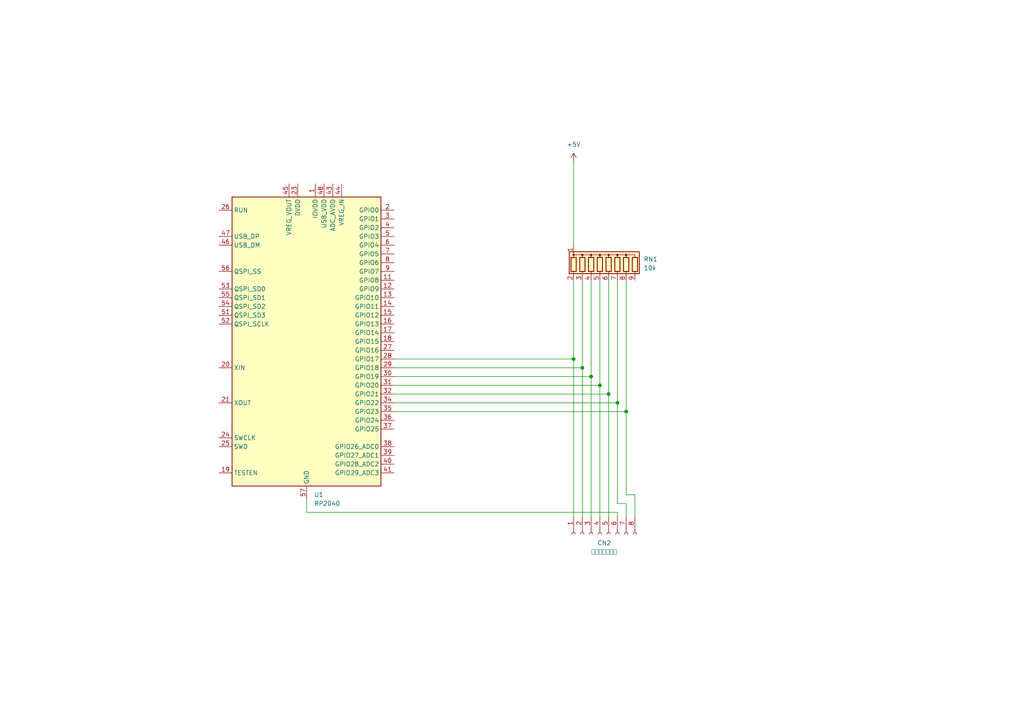
<source format=kicad_sch>
(kicad_sch (version 20230121) (generator eeschema)
  (paper "A4")
  (title_block (title "SCounter") (date "2023-11-26") (rev "1") (company "Yourein"))
  (lib_symbols
    (symbol "Connector:Conn_01x08_Socket" (pin_names (offset 1.016) hide)
      (property "Reference" "J" (at 0 10.16 0))
      (property "Value" "Conn_01x08_Socket" (at 0 -12.7 0))
      (symbol "Conn_01x08_Socket_1_1"
        (arc (start 0 -9.652) (mid -0.5058 -10.16) (end 0 -10.668) (stroke (width 0.1524)))
        (arc (start 0 -7.112) (mid -0.5058 -7.62) (end 0 -8.128) (stroke (width 0.1524)))
        (arc (start 0 -4.572) (mid -0.5058 -5.08) (end 0 -5.588) (stroke (width 0.1524)))
        (arc (start 0 -2.032) (mid -0.5058 -2.54) (end 0 -3.048) (stroke (width 0.1524)))
        (polyline (pts (xy -1.27 -10.16) (xy -0.508 -10.16)) (stroke (width 0.1524)))
        (polyline (pts (xy -1.27 -7.62) (xy -0.508 -7.62)) (stroke (width 0.1524)))
        (polyline (pts (xy -1.27 -5.08) (xy -0.508 -5.08)) (stroke (width 0.1524)))
        (polyline (pts (xy -1.27 -2.54) (xy -0.508 -2.54)) (stroke (width 0.1524)))
        (polyline (pts (xy -1.27 0) (xy -0.508 0)) (stroke (width 0.1524)))
        (polyline (pts (xy -1.27 2.54) (xy -0.508 2.54)) (stroke (width 0.1524)))
        (polyline (pts (xy -1.27 5.08) (xy -0.508 5.08)) (stroke (width 0.1524)))
        (polyline (pts (xy -1.27 7.62) (xy -0.508 7.62)) (stroke (width 0.1524)))
        (arc (start 0 0.508) (mid -0.5058 0) (end 0 -0.508) (stroke (width 0.1524)))
        (arc (start 0 3.048) (mid -0.5058 2.54) (end 0 2.032) (stroke (width 0.1524)))
        (arc (start 0 5.588) (mid -0.5058 5.08) (end 0 4.572) (stroke (width 0.1524)))
        (arc (start 0 8.128) (mid -0.5058 7.62) (end 0 7.112) (stroke (width 0.1524)))
        (pin passive line (at -5.08 7.62 0) (length 3.81) (name "Pin_1") (number "1"))
        (pin passive line (at -5.08 5.08 0) (length 3.81) (name "Pin_2") (number "2"))
        (pin passive line (at -5.08 2.54 0) (length 3.81) (name "Pin_3") (number "3"))
        (pin passive line (at -5.08 0 0) (length 3.81) (name "Pin_4") (number "4"))
        (pin passive line (at -5.08 -2.54 0) (length 3.81) (name "Pin_5") (number "5"))
        (pin passive line (at -5.08 -5.08 0) (length 3.81) (name "Pin_6") (number "6"))
        (pin passive line (at -5.08 -7.62 0) (length 3.81) (name "Pin_7") (number "7"))
        (pin passive line (at -5.08 -10.16 0) (length 3.81) (name "Pin_8") (number "8"))
      )
    )
    (symbol "Device:R_Network08" (pin_names (offset 0) hide)
      (property "Reference" "RN" (at -12.7 0 90))
      (property "Value" "R_Network08" (at 10.16 0 90))
      (symbol "R_Network08_0_1"
        (rectangle (start -11.43 -3.175) (end 8.89 3.175) (stroke (width 0.254)) (fill (type background)))
        (rectangle (start -10.922 1.524) (end -9.398 -2.54) (stroke (width 0.254)))
        (circle (center -10.16 2.286) (radius 0.254) (fill (type outline)))
        (rectangle (start -8.382 1.524) (end -6.858 -2.54) (stroke (width 0.254)))
        (circle (center -7.62 2.286) (radius 0.254) (fill (type outline)))
        (rectangle (start -5.842 1.524) (end -4.318 -2.54) (stroke (width 0.254)))
        (circle (center -5.08 2.286) (radius 0.254) (fill (type outline)))
        (rectangle (start -3.302 1.524) (end -1.778 -2.54) (stroke (width 0.254)))
        (circle (center -2.54 2.286) (radius 0.254) (fill (type outline)))
        (rectangle (start -0.762 1.524) (end 0.762 -2.54) (stroke (width 0.254)))
        (polyline (pts (xy -10.16 -2.54) (xy -10.16 -3.81)))
        (polyline (pts (xy -7.62 -2.54) (xy -7.62 -3.81)))
        (polyline (pts (xy -5.08 -2.54) (xy -5.08 -3.81)))
        (polyline (pts (xy -2.54 -2.54) (xy -2.54 -3.81)))
        (polyline (pts (xy 0 -2.54) (xy 0 -3.81)))
        (polyline (pts (xy 2.54 -2.54) (xy 2.54 -3.81)))
        (polyline (pts (xy 5.08 -2.54) (xy 5.08 -3.81)))
        (polyline (pts (xy 7.62 -2.54) (xy 7.62 -3.81)))
        (polyline (pts (xy -10.16 1.524) (xy -10.16 2.286) (xy -7.62 2.286) (xy -7.62 1.524)))
        (polyline (pts (xy -7.62 1.524) (xy -7.62 2.286) (xy -5.08 2.286) (xy -5.08 1.524)))
        (polyline (pts (xy -5.08 1.524) (xy -5.08 2.286) (xy -2.54 2.286) (xy -2.54 1.524)))
        (polyline (pts (xy -2.54 1.524) (xy -2.54 2.286) (xy 0 2.286) (xy 0 1.524)))
        (polyline (pts (xy 0 1.524) (xy 0 2.286) (xy 2.54 2.286) (xy 2.54 1.524)))
        (polyline (pts (xy 2.54 1.524) (xy 2.54 2.286) (xy 5.08 2.286) (xy 5.08 1.524)))
        (polyline (pts (xy 5.08 1.524) (xy 5.08 2.286) (xy 7.62 2.286) (xy 7.62 1.524)))
        (circle (center 0 2.286) (radius 0.254) (fill (type outline)))
        (rectangle (start 1.778 1.524) (end 3.302 -2.54) (stroke (width 0.254)))
        (circle (center 2.54 2.286) (radius 0.254) (fill (type outline)))
        (rectangle (start 4.318 1.524) (end 5.842 -2.54) (stroke (width 0.254)))
        (circle (center 5.08 2.286) (radius 0.254) (fill (type outline)))
        (rectangle (start 6.858 1.524) (end 8.382 -2.54) (stroke (width 0.254)))
      )
      (symbol "R_Network08_1_1"
        (pin passive line (at -10.16 5.08 270) (length 2.54) (name "common") (number "1"))
        (pin passive line (at -10.16 -5.08 90) (length 1.27) (name "R1") (number "2"))
        (pin passive line (at -7.62 -5.08 90) (length 1.27) (name "R2") (number "3"))
        (pin passive line (at -5.08 -5.08 90) (length 1.27) (name "R3") (number "4"))
        (pin passive line (at -2.54 -5.08 90) (length 1.27) (name "R4") (number "5"))
        (pin passive line (at 0 -5.08 90) (length 1.27) (name "R5") (number "6"))
        (pin passive line (at 2.54 -5.08 90) (length 1.27) (name "R6") (number "7"))
        (pin passive line (at 5.08 -5.08 90) (length 1.27) (name "R7") (number "8"))
        (pin passive line (at 7.62 -5.08 90) (length 1.27) (name "R8") (number "9"))
      )
    )
    (symbol "MCU_RaspberryPi:RP2040"
      (property "Reference" "U" (at 17.78 45.72 0))
      (property "Value" "RP2040" (at 17.78 43.18 0))
      (symbol "RP2040_0_1"
        (rectangle (start -21.59 41.91) (end 21.59 -41.91) (stroke (width 0.254)) (fill (type background)))
      )
      (symbol "RP2040_1_1"
        (pin power_in line (at 2.54 45.72 270) (length 3.81) (name "IOVDD") (number "1"))
        (pin passive line (at 2.54 45.72 270) (length 3.81) hide (name "IOVDD") (number "10"))
        (pin bidirectional line (at 25.4 17.78 180) (length 3.81) (name "GPIO8") (number "11"))
        (pin bidirectional line (at 25.4 15.24 180) (length 3.81) (name "GPIO9") (number "12"))
        (pin bidirectional line (at 25.4 12.7 180) (length 3.81) (name "GPIO10") (number "13"))
        (pin bidirectional line (at 25.4 10.16 180) (length 3.81) (name "GPIO11") (number "14"))
        (pin bidirectional line (at 25.4 7.62 180) (length 3.81) (name "GPIO12") (number "15"))
        (pin bidirectional line (at 25.4 5.08 180) (length 3.81) (name "GPIO13") (number "16"))
        (pin bidirectional line (at 25.4 2.54 180) (length 3.81) (name "GPIO14") (number "17"))
        (pin bidirectional line (at 25.4 0 180) (length 3.81) (name "GPIO15") (number "18"))
        (pin input line (at -25.4 -38.1 0) (length 3.81) (name "TESTEN") (number "19"))
        (pin bidirectional line (at 25.4 38.1 180) (length 3.81) (name "GPIO0") (number "2"))
        (pin input line (at -25.4 -7.62 0) (length 3.81) (name "XIN") (number "20"))
        (pin passive line (at -25.4 -17.78 0) (length 3.81) (name "XOUT") (number "21"))
        (pin passive line (at 2.54 45.72 270) (length 3.81) hide (name "IOVDD") (number "22"))
        (pin power_in line (at -2.54 45.72 270) (length 3.81) (name "DVDD") (number "23"))
        (pin input line (at -25.4 -27.94 0) (length 3.81) (name "SWCLK") (number "24"))
        (pin bidirectional line (at -25.4 -30.48 0) (length 3.81) (name "SWD") (number "25"))
        (pin input line (at -25.4 38.1 0) (length 3.81) (name "RUN") (number "26"))
        (pin bidirectional line (at 25.4 -2.54 180) (length 3.81) (name "GPIO16") (number "27"))
        (pin bidirectional line (at 25.4 -5.08 180) (length 3.81) (name "GPIO17") (number "28"))
        (pin bidirectional line (at 25.4 -7.62 180) (length 3.81) (name "GPIO18") (number "29"))
        (pin bidirectional line (at 25.4 35.56 180) (length 3.81) (name "GPIO1") (number "3"))
        (pin bidirectional line (at 25.4 -10.16 180) (length 3.81) (name "GPIO19") (number "30"))
        (pin bidirectional line (at 25.4 -12.7 180) (length 3.81) (name "GPIO20") (number "31"))
        (pin bidirectional line (at 25.4 -15.24 180) (length 3.81) (name "GPIO21") (number "32"))
        (pin passive line (at 2.54 45.72 270) (length 3.81) hide (name "IOVDD") (number "33"))
        (pin bidirectional line (at 25.4 -17.78 180) (length 3.81) (name "GPIO22") (number "34"))
        (pin bidirectional line (at 25.4 -20.32 180) (length 3.81) (name "GPIO23") (number "35"))
        (pin bidirectional line (at 25.4 -22.86 180) (length 3.81) (name "GPIO24") (number "36"))
        (pin bidirectional line (at 25.4 -25.4 180) (length 3.81) (name "GPIO25") (number "37"))
        (pin bidirectional line (at 25.4 -30.48 180) (length 3.81) (name "GPIO26_ADC0") (number "38"))
        (pin bidirectional line (at 25.4 -33.02 180) (length 3.81) (name "GPIO27_ADC1") (number "39"))
        (pin bidirectional line (at 25.4 33.02 180) (length 3.81) (name "GPIO2") (number "4"))
        (pin bidirectional line (at 25.4 -35.56 180) (length 3.81) (name "GPIO28_ADC2") (number "40"))
        (pin bidirectional line (at 25.4 -38.1 180) (length 3.81) (name "GPIO29_ADC3") (number "41"))
        (pin passive line (at 2.54 45.72 270) (length 3.81) hide (name "IOVDD") (number "42"))
        (pin power_in line (at 7.62 45.72 270) (length 3.81) (name "ADC_AVDD") (number "43"))
        (pin power_in line (at 10.16 45.72 270) (length 3.81) (name "VREG_IN") (number "44"))
        (pin power_out line (at -5.08 45.72 270) (length 3.81) (name "VREG_VOUT") (number "45"))
        (pin bidirectional line (at -25.4 27.94 0) (length 3.81) (name "USB_DM") (number "46"))
        (pin bidirectional line (at -25.4 30.48 0) (length 3.81) (name "USB_DP") (number "47"))
        (pin power_in line (at 5.08 45.72 270) (length 3.81) (name "USB_VDD") (number "48"))
        (pin passive line (at 2.54 45.72 270) (length 3.81) hide (name "IOVDD") (number "49"))
        (pin bidirectional line (at 25.4 30.48 180) (length 3.81) (name "GPIO3") (number "5"))
        (pin passive line (at -2.54 45.72 270) (length 3.81) hide (name "DVDD") (number "50"))
        (pin bidirectional line (at -25.4 7.62 0) (length 3.81) (name "QSPI_SD3") (number "51"))
        (pin output line (at -25.4 5.08 0) (length 3.81) (name "QSPI_SCLK") (number "52"))
        (pin bidirectional line (at -25.4 15.24 0) (length 3.81) (name "QSPI_SD0") (number "53"))
        (pin bidirectional line (at -25.4 10.16 0) (length 3.81) (name "QSPI_SD2") (number "54"))
        (pin bidirectional line (at -25.4 12.7 0) (length 3.81) (name "QSPI_SD1") (number "55"))
        (pin bidirectional line (at -25.4 20.32 0) (length 3.81) (name "QSPI_SS") (number "56"))
        (pin power_in line (at 0 -45.72 90) (length 3.81) (name "GND") (number "57"))
        (pin bidirectional line (at 25.4 27.94 180) (length 3.81) (name "GPIO4") (number "6"))
        (pin bidirectional line (at 25.4 25.4 180) (length 3.81) (name "GPIO5") (number "7"))
        (pin bidirectional line (at 25.4 22.86 180) (length 3.81) (name "GPIO6") (number "8"))
        (pin bidirectional line (at 25.4 20.32 180) (length 3.81) (name "GPIO7") (number "9"))
      )
    )
    (symbol "power:+5V" (power) (pin_names (offset 0))
      (property "Value" "+5V" (at 0 3.556 0))
      (symbol "+5V_0_1"
        (polyline (pts (xy -0.762 1.27) (xy 0 2.54)))
        (polyline (pts (xy 0 0) (xy 0 2.54)))
        (polyline (pts (xy 0 2.54) (xy 0.762 1.27)))
      )
      (symbol "+5V_1_1"
        (pin power_in line (at 0 0 90) (length 0) hide (name "+5V") (number "1"))
      )
    )
  )
  (junction (at 166.37 104.14))
  (junction (at 179.07 116.84))
  (junction (at 171.45 109.22))
  (junction (at 176.53 114.3))
  (junction (at 168.91 106.68))
  (junction (at 181.61 119.38))
  (junction (at 173.99 111.76))
  (wire (pts (xy 176.53 81.28) (xy 176.53 114.3)))
  (wire (pts (xy 171.45 109.22) (xy 171.45 149.86)))
  (wire (pts (xy 171.45 81.28) (xy 171.45 109.22)))
  (wire (pts (xy 166.37 81.28) (xy 166.37 104.14)))
  (wire (pts (xy 166.37 104.14) (xy 114.3 104.14)))
  (wire (pts (xy 179.07 116.84) (xy 114.3 116.84)))
  (wire (pts (xy 181.61 119.38) (xy 181.61 143.51)))
  (wire (pts (xy 179.07 81.28) (xy 179.07 116.84)))
  (wire (pts (xy 184.15 143.51) (xy 181.61 143.51)))
  (wire (pts (xy 88.9 148.59) (xy 88.9 144.78)))
  (wire (pts (xy 181.61 119.38) (xy 114.3 119.38)))
  (wire (pts (xy 168.91 106.68) (xy 114.3 106.68)))
  (wire (pts (xy 181.61 81.28) (xy 181.61 119.38)))
  (wire (pts (xy 179.07 148.59) (xy 179.07 149.86)))
  (wire (pts (xy 181.61 149.86) (xy 181.61 146.05)))
  (wire (pts (xy 168.91 106.68) (xy 168.91 149.86)))
  (wire (pts (xy 173.99 81.28) (xy 173.99 111.76)))
  (wire (pts (xy 88.9 148.59) (xy 179.07 148.59)))
  (wire (pts (xy 173.99 111.76) (xy 114.3 111.76)))
  (wire (pts (xy 173.99 111.76) (xy 173.99 149.86)))
  (wire (pts (xy 184.15 149.86) (xy 184.15 143.51)))
  (wire (pts (xy 176.53 114.3) (xy 114.3 114.3)))
  (wire (pts (xy 171.45 109.22) (xy 114.3 109.22)))
  (wire (pts (xy 179.07 146.05) (xy 179.07 116.84)))
  (wire (pts (xy 181.61 146.05) (xy 179.07 146.05)))
  (wire (pts (xy 176.53 114.3) (xy 176.53 149.86)))
  (wire (pts (xy 166.37 104.14) (xy 166.37 149.86)))
  (wire (pts (xy 166.37 46.99) (xy 166.37 71.12)))
  (wire (pts (xy 168.91 81.28) (xy 168.91 106.68)))
  (symbol (lib_id "Connector:Conn_01x08_Socket") (at 173.99 154.94 90) (mirror x) (unit 1)
    (property "Reference" "CN2" (at 175.26 157.48 90))
    (property "Value" "外部集中端子板" (at 175.26 160.02 90))
  )
  (symbol (lib_id "power:+5V") (at 166.37 46.99 0) (unit 1)
    (property "Reference" "#PWR01" (effects hide))
    (property "Value" "+5V" (at 166.37 41.91 0))
  )
  (symbol (lib_id "MCU_RaspberryPi:RP2040") (at 88.9 99.06 0) (unit 1)
    (property "Reference" "U1" (at 91.0941 143.51 0) (effects (justify left)))
    (property "Value" "RP2040" (at 91.0941 146.05 0) (effects (justify left)))
    (property "Footprint" "Package_DFN_QFN:QFN-56-1EP_7x7mm_P0.4mm_EP3.2x3.2mm" (effects hide))
    (property "Datasheet" "https://datasheets.raspberrypi.com/rp2040/rp2040-datasheet.pdf" (effects hide))
  )
  (symbol (lib_id "Device:R_Network08") (at 176.53 76.2 0) (unit 1)
    (property "Reference" "RN1" (at 186.69 75.184 0) (effects (justify left)))
    (property "Value" "10k" (at 186.69 77.724 0) (effects (justify left)))
    (property "Footprint" "Resistor_THT:R_Array_SIP9" (effects hide))
    (property "Datasheet" "http://www.vishay.com/docs/31509/csc.pdf" (effects hide))
  )
)
</source>
